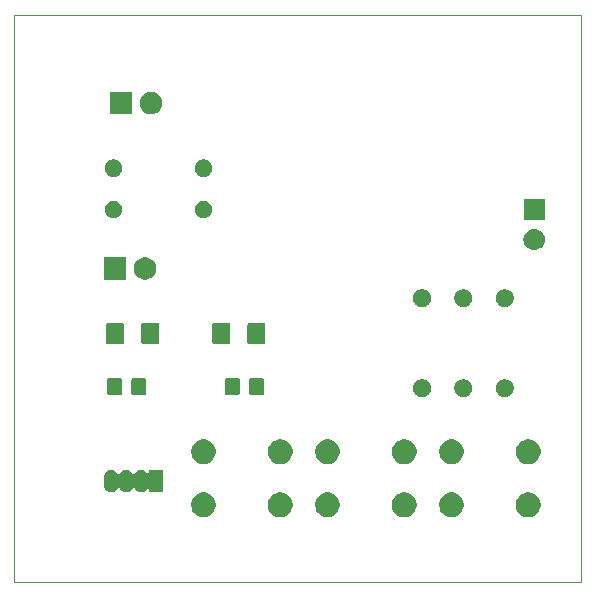
<source format=gbr>
G04 #@! TF.GenerationSoftware,KiCad,Pcbnew,(5.1.0)-1*
G04 #@! TF.CreationDate,2019-10-06T22:43:46-05:00*
G04 #@! TF.ProjectId,HHV_2019_SC,4848565f-3230-4313-995f-53432e6b6963,rev?*
G04 #@! TF.SameCoordinates,Original*
G04 #@! TF.FileFunction,Soldermask,Top*
G04 #@! TF.FilePolarity,Negative*
%FSLAX46Y46*%
G04 Gerber Fmt 4.6, Leading zero omitted, Abs format (unit mm)*
G04 Created by KiCad (PCBNEW (5.1.0)-1) date 2019-10-06 22:43:46*
%MOMM*%
%LPD*%
G04 APERTURE LIST*
%ADD10C,0.050000*%
%ADD11C,0.100000*%
G04 APERTURE END LIST*
D10*
X90000000Y-98000000D02*
X90000000Y-50000000D01*
X138000000Y-98000000D02*
X90000000Y-98000000D01*
X138000000Y-50000000D02*
X138000000Y-98000000D01*
X90000000Y-50000000D02*
X138000000Y-50000000D01*
D11*
G36*
X106306564Y-90489389D02*
G01*
X106497833Y-90568615D01*
X106497835Y-90568616D01*
X106669973Y-90683635D01*
X106816365Y-90830027D01*
X106931385Y-91002167D01*
X107010611Y-91193436D01*
X107051000Y-91396484D01*
X107051000Y-91603516D01*
X107010611Y-91806564D01*
X106931385Y-91997833D01*
X106931384Y-91997835D01*
X106816365Y-92169973D01*
X106669973Y-92316365D01*
X106497835Y-92431384D01*
X106497834Y-92431385D01*
X106497833Y-92431385D01*
X106306564Y-92510611D01*
X106103516Y-92551000D01*
X105896484Y-92551000D01*
X105693436Y-92510611D01*
X105502167Y-92431385D01*
X105502166Y-92431385D01*
X105502165Y-92431384D01*
X105330027Y-92316365D01*
X105183635Y-92169973D01*
X105068616Y-91997835D01*
X105068615Y-91997833D01*
X104989389Y-91806564D01*
X104949000Y-91603516D01*
X104949000Y-91396484D01*
X104989389Y-91193436D01*
X105068615Y-91002167D01*
X105183635Y-90830027D01*
X105330027Y-90683635D01*
X105502165Y-90568616D01*
X105502167Y-90568615D01*
X105693436Y-90489389D01*
X105896484Y-90449000D01*
X106103516Y-90449000D01*
X106306564Y-90489389D01*
X106306564Y-90489389D01*
G37*
G36*
X127306564Y-90489389D02*
G01*
X127497833Y-90568615D01*
X127497835Y-90568616D01*
X127669973Y-90683635D01*
X127816365Y-90830027D01*
X127931385Y-91002167D01*
X128010611Y-91193436D01*
X128051000Y-91396484D01*
X128051000Y-91603516D01*
X128010611Y-91806564D01*
X127931385Y-91997833D01*
X127931384Y-91997835D01*
X127816365Y-92169973D01*
X127669973Y-92316365D01*
X127497835Y-92431384D01*
X127497834Y-92431385D01*
X127497833Y-92431385D01*
X127306564Y-92510611D01*
X127103516Y-92551000D01*
X126896484Y-92551000D01*
X126693436Y-92510611D01*
X126502167Y-92431385D01*
X126502166Y-92431385D01*
X126502165Y-92431384D01*
X126330027Y-92316365D01*
X126183635Y-92169973D01*
X126068616Y-91997835D01*
X126068615Y-91997833D01*
X125989389Y-91806564D01*
X125949000Y-91603516D01*
X125949000Y-91396484D01*
X125989389Y-91193436D01*
X126068615Y-91002167D01*
X126183635Y-90830027D01*
X126330027Y-90683635D01*
X126502165Y-90568616D01*
X126502167Y-90568615D01*
X126693436Y-90489389D01*
X126896484Y-90449000D01*
X127103516Y-90449000D01*
X127306564Y-90489389D01*
X127306564Y-90489389D01*
G37*
G36*
X123306564Y-90489389D02*
G01*
X123497833Y-90568615D01*
X123497835Y-90568616D01*
X123669973Y-90683635D01*
X123816365Y-90830027D01*
X123931385Y-91002167D01*
X124010611Y-91193436D01*
X124051000Y-91396484D01*
X124051000Y-91603516D01*
X124010611Y-91806564D01*
X123931385Y-91997833D01*
X123931384Y-91997835D01*
X123816365Y-92169973D01*
X123669973Y-92316365D01*
X123497835Y-92431384D01*
X123497834Y-92431385D01*
X123497833Y-92431385D01*
X123306564Y-92510611D01*
X123103516Y-92551000D01*
X122896484Y-92551000D01*
X122693436Y-92510611D01*
X122502167Y-92431385D01*
X122502166Y-92431385D01*
X122502165Y-92431384D01*
X122330027Y-92316365D01*
X122183635Y-92169973D01*
X122068616Y-91997835D01*
X122068615Y-91997833D01*
X121989389Y-91806564D01*
X121949000Y-91603516D01*
X121949000Y-91396484D01*
X121989389Y-91193436D01*
X122068615Y-91002167D01*
X122183635Y-90830027D01*
X122330027Y-90683635D01*
X122502165Y-90568616D01*
X122502167Y-90568615D01*
X122693436Y-90489389D01*
X122896484Y-90449000D01*
X123103516Y-90449000D01*
X123306564Y-90489389D01*
X123306564Y-90489389D01*
G37*
G36*
X116806564Y-90489389D02*
G01*
X116997833Y-90568615D01*
X116997835Y-90568616D01*
X117169973Y-90683635D01*
X117316365Y-90830027D01*
X117431385Y-91002167D01*
X117510611Y-91193436D01*
X117551000Y-91396484D01*
X117551000Y-91603516D01*
X117510611Y-91806564D01*
X117431385Y-91997833D01*
X117431384Y-91997835D01*
X117316365Y-92169973D01*
X117169973Y-92316365D01*
X116997835Y-92431384D01*
X116997834Y-92431385D01*
X116997833Y-92431385D01*
X116806564Y-92510611D01*
X116603516Y-92551000D01*
X116396484Y-92551000D01*
X116193436Y-92510611D01*
X116002167Y-92431385D01*
X116002166Y-92431385D01*
X116002165Y-92431384D01*
X115830027Y-92316365D01*
X115683635Y-92169973D01*
X115568616Y-91997835D01*
X115568615Y-91997833D01*
X115489389Y-91806564D01*
X115449000Y-91603516D01*
X115449000Y-91396484D01*
X115489389Y-91193436D01*
X115568615Y-91002167D01*
X115683635Y-90830027D01*
X115830027Y-90683635D01*
X116002165Y-90568616D01*
X116002167Y-90568615D01*
X116193436Y-90489389D01*
X116396484Y-90449000D01*
X116603516Y-90449000D01*
X116806564Y-90489389D01*
X116806564Y-90489389D01*
G37*
G36*
X133806564Y-90489389D02*
G01*
X133997833Y-90568615D01*
X133997835Y-90568616D01*
X134169973Y-90683635D01*
X134316365Y-90830027D01*
X134431385Y-91002167D01*
X134510611Y-91193436D01*
X134551000Y-91396484D01*
X134551000Y-91603516D01*
X134510611Y-91806564D01*
X134431385Y-91997833D01*
X134431384Y-91997835D01*
X134316365Y-92169973D01*
X134169973Y-92316365D01*
X133997835Y-92431384D01*
X133997834Y-92431385D01*
X133997833Y-92431385D01*
X133806564Y-92510611D01*
X133603516Y-92551000D01*
X133396484Y-92551000D01*
X133193436Y-92510611D01*
X133002167Y-92431385D01*
X133002166Y-92431385D01*
X133002165Y-92431384D01*
X132830027Y-92316365D01*
X132683635Y-92169973D01*
X132568616Y-91997835D01*
X132568615Y-91997833D01*
X132489389Y-91806564D01*
X132449000Y-91603516D01*
X132449000Y-91396484D01*
X132489389Y-91193436D01*
X132568615Y-91002167D01*
X132683635Y-90830027D01*
X132830027Y-90683635D01*
X133002165Y-90568616D01*
X133002167Y-90568615D01*
X133193436Y-90489389D01*
X133396484Y-90449000D01*
X133603516Y-90449000D01*
X133806564Y-90489389D01*
X133806564Y-90489389D01*
G37*
G36*
X112806564Y-90489389D02*
G01*
X112997833Y-90568615D01*
X112997835Y-90568616D01*
X113169973Y-90683635D01*
X113316365Y-90830027D01*
X113431385Y-91002167D01*
X113510611Y-91193436D01*
X113551000Y-91396484D01*
X113551000Y-91603516D01*
X113510611Y-91806564D01*
X113431385Y-91997833D01*
X113431384Y-91997835D01*
X113316365Y-92169973D01*
X113169973Y-92316365D01*
X112997835Y-92431384D01*
X112997834Y-92431385D01*
X112997833Y-92431385D01*
X112806564Y-92510611D01*
X112603516Y-92551000D01*
X112396484Y-92551000D01*
X112193436Y-92510611D01*
X112002167Y-92431385D01*
X112002166Y-92431385D01*
X112002165Y-92431384D01*
X111830027Y-92316365D01*
X111683635Y-92169973D01*
X111568616Y-91997835D01*
X111568615Y-91997833D01*
X111489389Y-91806564D01*
X111449000Y-91603516D01*
X111449000Y-91396484D01*
X111489389Y-91193436D01*
X111568615Y-91002167D01*
X111683635Y-90830027D01*
X111830027Y-90683635D01*
X112002165Y-90568616D01*
X112002167Y-90568615D01*
X112193436Y-90489389D01*
X112396484Y-90449000D01*
X112603516Y-90449000D01*
X112806564Y-90489389D01*
X112806564Y-90489389D01*
G37*
G36*
X100844876Y-88557479D02*
G01*
X100918517Y-88579818D01*
X100955338Y-88590987D01*
X101057140Y-88645402D01*
X101146370Y-88718630D01*
X101192375Y-88774689D01*
X101209702Y-88792016D01*
X101230076Y-88805630D01*
X101252715Y-88815007D01*
X101276748Y-88819788D01*
X101301252Y-88819788D01*
X101325285Y-88815008D01*
X101347924Y-88805631D01*
X101368299Y-88792017D01*
X101385626Y-88774690D01*
X101399240Y-88754316D01*
X101408617Y-88731677D01*
X101413398Y-88707644D01*
X101414000Y-88695391D01*
X101414000Y-88549000D01*
X102586000Y-88549000D01*
X102586000Y-90451000D01*
X101414000Y-90451000D01*
X101414000Y-90304609D01*
X101411598Y-90280223D01*
X101404485Y-90256774D01*
X101392934Y-90235163D01*
X101377389Y-90216221D01*
X101358447Y-90200676D01*
X101336836Y-90189125D01*
X101313387Y-90182012D01*
X101289001Y-90179610D01*
X101264615Y-90182012D01*
X101241166Y-90189125D01*
X101219555Y-90200676D01*
X101192376Y-90225310D01*
X101146370Y-90281369D01*
X101057139Y-90354598D01*
X100955337Y-90409013D01*
X100918516Y-90420182D01*
X100844875Y-90442521D01*
X100730000Y-90453835D01*
X100615124Y-90442521D01*
X100541483Y-90420182D01*
X100504662Y-90409013D01*
X100402863Y-90354599D01*
X100402861Y-90354598D01*
X100313631Y-90281369D01*
X100260166Y-90216221D01*
X100240402Y-90192139D01*
X100205239Y-90126354D01*
X100191625Y-90105980D01*
X100174298Y-90088653D01*
X100153924Y-90075039D01*
X100131285Y-90065662D01*
X100107251Y-90060882D01*
X100082747Y-90060882D01*
X100058714Y-90065663D01*
X100036075Y-90075040D01*
X100015701Y-90088654D01*
X99998374Y-90105981D01*
X99984761Y-90126355D01*
X99949601Y-90192135D01*
X99949599Y-90192138D01*
X99949598Y-90192139D01*
X99876369Y-90281369D01*
X99848051Y-90304609D01*
X99787139Y-90354598D01*
X99685337Y-90409013D01*
X99648516Y-90420182D01*
X99574875Y-90442521D01*
X99460000Y-90453835D01*
X99345124Y-90442521D01*
X99271483Y-90420182D01*
X99234662Y-90409013D01*
X99132863Y-90354599D01*
X99132861Y-90354598D01*
X99043631Y-90281369D01*
X98990166Y-90216221D01*
X98970402Y-90192139D01*
X98935239Y-90126354D01*
X98921625Y-90105980D01*
X98904298Y-90088653D01*
X98883924Y-90075039D01*
X98861285Y-90065662D01*
X98837251Y-90060882D01*
X98812747Y-90060882D01*
X98788714Y-90065663D01*
X98766075Y-90075040D01*
X98745701Y-90088654D01*
X98728374Y-90105981D01*
X98714761Y-90126355D01*
X98679601Y-90192135D01*
X98679599Y-90192138D01*
X98679598Y-90192139D01*
X98606369Y-90281369D01*
X98578051Y-90304609D01*
X98517139Y-90354598D01*
X98415337Y-90409013D01*
X98378516Y-90420182D01*
X98304875Y-90442521D01*
X98190000Y-90453835D01*
X98075124Y-90442521D01*
X98001483Y-90420182D01*
X97964662Y-90409013D01*
X97862863Y-90354599D01*
X97862861Y-90354598D01*
X97773631Y-90281369D01*
X97720166Y-90216221D01*
X97700402Y-90192139D01*
X97645987Y-90090337D01*
X97634818Y-90053516D01*
X97612479Y-89979875D01*
X97604000Y-89893784D01*
X97604000Y-89106215D01*
X97612479Y-89020124D01*
X97645988Y-88909663D01*
X97665240Y-88873645D01*
X97700403Y-88807860D01*
X97773631Y-88718630D01*
X97862861Y-88645402D01*
X97964663Y-88590987D01*
X98001484Y-88579818D01*
X98075125Y-88557479D01*
X98190000Y-88546165D01*
X98304876Y-88557479D01*
X98378517Y-88579818D01*
X98415338Y-88590987D01*
X98517140Y-88645402D01*
X98606370Y-88718630D01*
X98679598Y-88807860D01*
X98714762Y-88873646D01*
X98728376Y-88894021D01*
X98745703Y-88911347D01*
X98766078Y-88924961D01*
X98788717Y-88934338D01*
X98812750Y-88939118D01*
X98837254Y-88939118D01*
X98861288Y-88934337D01*
X98883926Y-88924960D01*
X98904301Y-88911346D01*
X98921627Y-88894019D01*
X98935240Y-88873645D01*
X98970402Y-88807862D01*
X99043631Y-88718630D01*
X99132861Y-88645402D01*
X99234663Y-88590987D01*
X99271484Y-88579818D01*
X99345125Y-88557479D01*
X99460000Y-88546165D01*
X99574876Y-88557479D01*
X99648517Y-88579818D01*
X99685338Y-88590987D01*
X99787140Y-88645402D01*
X99876370Y-88718630D01*
X99949598Y-88807860D01*
X99984762Y-88873646D01*
X99998376Y-88894021D01*
X100015703Y-88911347D01*
X100036078Y-88924961D01*
X100058717Y-88934338D01*
X100082750Y-88939118D01*
X100107254Y-88939118D01*
X100131288Y-88934337D01*
X100153926Y-88924960D01*
X100174301Y-88911346D01*
X100191627Y-88894019D01*
X100205240Y-88873645D01*
X100240402Y-88807862D01*
X100313631Y-88718630D01*
X100402861Y-88645402D01*
X100504663Y-88590987D01*
X100541484Y-88579818D01*
X100615125Y-88557479D01*
X100730000Y-88546165D01*
X100844876Y-88557479D01*
X100844876Y-88557479D01*
G37*
G36*
X116806564Y-85989389D02*
G01*
X116997833Y-86068615D01*
X116997835Y-86068616D01*
X117169973Y-86183635D01*
X117316365Y-86330027D01*
X117431385Y-86502167D01*
X117510611Y-86693436D01*
X117551000Y-86896484D01*
X117551000Y-87103516D01*
X117510611Y-87306564D01*
X117431385Y-87497833D01*
X117431384Y-87497835D01*
X117316365Y-87669973D01*
X117169973Y-87816365D01*
X116997835Y-87931384D01*
X116997834Y-87931385D01*
X116997833Y-87931385D01*
X116806564Y-88010611D01*
X116603516Y-88051000D01*
X116396484Y-88051000D01*
X116193436Y-88010611D01*
X116002167Y-87931385D01*
X116002166Y-87931385D01*
X116002165Y-87931384D01*
X115830027Y-87816365D01*
X115683635Y-87669973D01*
X115568616Y-87497835D01*
X115568615Y-87497833D01*
X115489389Y-87306564D01*
X115449000Y-87103516D01*
X115449000Y-86896484D01*
X115489389Y-86693436D01*
X115568615Y-86502167D01*
X115683635Y-86330027D01*
X115830027Y-86183635D01*
X116002165Y-86068616D01*
X116002167Y-86068615D01*
X116193436Y-85989389D01*
X116396484Y-85949000D01*
X116603516Y-85949000D01*
X116806564Y-85989389D01*
X116806564Y-85989389D01*
G37*
G36*
X127306564Y-85989389D02*
G01*
X127497833Y-86068615D01*
X127497835Y-86068616D01*
X127669973Y-86183635D01*
X127816365Y-86330027D01*
X127931385Y-86502167D01*
X128010611Y-86693436D01*
X128051000Y-86896484D01*
X128051000Y-87103516D01*
X128010611Y-87306564D01*
X127931385Y-87497833D01*
X127931384Y-87497835D01*
X127816365Y-87669973D01*
X127669973Y-87816365D01*
X127497835Y-87931384D01*
X127497834Y-87931385D01*
X127497833Y-87931385D01*
X127306564Y-88010611D01*
X127103516Y-88051000D01*
X126896484Y-88051000D01*
X126693436Y-88010611D01*
X126502167Y-87931385D01*
X126502166Y-87931385D01*
X126502165Y-87931384D01*
X126330027Y-87816365D01*
X126183635Y-87669973D01*
X126068616Y-87497835D01*
X126068615Y-87497833D01*
X125989389Y-87306564D01*
X125949000Y-87103516D01*
X125949000Y-86896484D01*
X125989389Y-86693436D01*
X126068615Y-86502167D01*
X126183635Y-86330027D01*
X126330027Y-86183635D01*
X126502165Y-86068616D01*
X126502167Y-86068615D01*
X126693436Y-85989389D01*
X126896484Y-85949000D01*
X127103516Y-85949000D01*
X127306564Y-85989389D01*
X127306564Y-85989389D01*
G37*
G36*
X133806564Y-85989389D02*
G01*
X133997833Y-86068615D01*
X133997835Y-86068616D01*
X134169973Y-86183635D01*
X134316365Y-86330027D01*
X134431385Y-86502167D01*
X134510611Y-86693436D01*
X134551000Y-86896484D01*
X134551000Y-87103516D01*
X134510611Y-87306564D01*
X134431385Y-87497833D01*
X134431384Y-87497835D01*
X134316365Y-87669973D01*
X134169973Y-87816365D01*
X133997835Y-87931384D01*
X133997834Y-87931385D01*
X133997833Y-87931385D01*
X133806564Y-88010611D01*
X133603516Y-88051000D01*
X133396484Y-88051000D01*
X133193436Y-88010611D01*
X133002167Y-87931385D01*
X133002166Y-87931385D01*
X133002165Y-87931384D01*
X132830027Y-87816365D01*
X132683635Y-87669973D01*
X132568616Y-87497835D01*
X132568615Y-87497833D01*
X132489389Y-87306564D01*
X132449000Y-87103516D01*
X132449000Y-86896484D01*
X132489389Y-86693436D01*
X132568615Y-86502167D01*
X132683635Y-86330027D01*
X132830027Y-86183635D01*
X133002165Y-86068616D01*
X133002167Y-86068615D01*
X133193436Y-85989389D01*
X133396484Y-85949000D01*
X133603516Y-85949000D01*
X133806564Y-85989389D01*
X133806564Y-85989389D01*
G37*
G36*
X112806564Y-85989389D02*
G01*
X112997833Y-86068615D01*
X112997835Y-86068616D01*
X113169973Y-86183635D01*
X113316365Y-86330027D01*
X113431385Y-86502167D01*
X113510611Y-86693436D01*
X113551000Y-86896484D01*
X113551000Y-87103516D01*
X113510611Y-87306564D01*
X113431385Y-87497833D01*
X113431384Y-87497835D01*
X113316365Y-87669973D01*
X113169973Y-87816365D01*
X112997835Y-87931384D01*
X112997834Y-87931385D01*
X112997833Y-87931385D01*
X112806564Y-88010611D01*
X112603516Y-88051000D01*
X112396484Y-88051000D01*
X112193436Y-88010611D01*
X112002167Y-87931385D01*
X112002166Y-87931385D01*
X112002165Y-87931384D01*
X111830027Y-87816365D01*
X111683635Y-87669973D01*
X111568616Y-87497835D01*
X111568615Y-87497833D01*
X111489389Y-87306564D01*
X111449000Y-87103516D01*
X111449000Y-86896484D01*
X111489389Y-86693436D01*
X111568615Y-86502167D01*
X111683635Y-86330027D01*
X111830027Y-86183635D01*
X112002165Y-86068616D01*
X112002167Y-86068615D01*
X112193436Y-85989389D01*
X112396484Y-85949000D01*
X112603516Y-85949000D01*
X112806564Y-85989389D01*
X112806564Y-85989389D01*
G37*
G36*
X106306564Y-85989389D02*
G01*
X106497833Y-86068615D01*
X106497835Y-86068616D01*
X106669973Y-86183635D01*
X106816365Y-86330027D01*
X106931385Y-86502167D01*
X107010611Y-86693436D01*
X107051000Y-86896484D01*
X107051000Y-87103516D01*
X107010611Y-87306564D01*
X106931385Y-87497833D01*
X106931384Y-87497835D01*
X106816365Y-87669973D01*
X106669973Y-87816365D01*
X106497835Y-87931384D01*
X106497834Y-87931385D01*
X106497833Y-87931385D01*
X106306564Y-88010611D01*
X106103516Y-88051000D01*
X105896484Y-88051000D01*
X105693436Y-88010611D01*
X105502167Y-87931385D01*
X105502166Y-87931385D01*
X105502165Y-87931384D01*
X105330027Y-87816365D01*
X105183635Y-87669973D01*
X105068616Y-87497835D01*
X105068615Y-87497833D01*
X104989389Y-87306564D01*
X104949000Y-87103516D01*
X104949000Y-86896484D01*
X104989389Y-86693436D01*
X105068615Y-86502167D01*
X105183635Y-86330027D01*
X105330027Y-86183635D01*
X105502165Y-86068616D01*
X105502167Y-86068615D01*
X105693436Y-85989389D01*
X105896484Y-85949000D01*
X106103516Y-85949000D01*
X106306564Y-85989389D01*
X106306564Y-85989389D01*
G37*
G36*
X123306564Y-85989389D02*
G01*
X123497833Y-86068615D01*
X123497835Y-86068616D01*
X123669973Y-86183635D01*
X123816365Y-86330027D01*
X123931385Y-86502167D01*
X124010611Y-86693436D01*
X124051000Y-86896484D01*
X124051000Y-87103516D01*
X124010611Y-87306564D01*
X123931385Y-87497833D01*
X123931384Y-87497835D01*
X123816365Y-87669973D01*
X123669973Y-87816365D01*
X123497835Y-87931384D01*
X123497834Y-87931385D01*
X123497833Y-87931385D01*
X123306564Y-88010611D01*
X123103516Y-88051000D01*
X122896484Y-88051000D01*
X122693436Y-88010611D01*
X122502167Y-87931385D01*
X122502166Y-87931385D01*
X122502165Y-87931384D01*
X122330027Y-87816365D01*
X122183635Y-87669973D01*
X122068616Y-87497835D01*
X122068615Y-87497833D01*
X121989389Y-87306564D01*
X121949000Y-87103516D01*
X121949000Y-86896484D01*
X121989389Y-86693436D01*
X122068615Y-86502167D01*
X122183635Y-86330027D01*
X122330027Y-86183635D01*
X122502165Y-86068616D01*
X122502167Y-86068615D01*
X122693436Y-85989389D01*
X122896484Y-85949000D01*
X123103516Y-85949000D01*
X123306564Y-85989389D01*
X123306564Y-85989389D01*
G37*
G36*
X124719059Y-80897860D02*
G01*
X124855732Y-80954472D01*
X124978735Y-81036660D01*
X125083340Y-81141265D01*
X125165528Y-81264268D01*
X125222140Y-81400941D01*
X125251000Y-81546033D01*
X125251000Y-81693967D01*
X125222140Y-81839059D01*
X125165528Y-81975732D01*
X125083340Y-82098735D01*
X124978735Y-82203340D01*
X124855732Y-82285528D01*
X124855731Y-82285529D01*
X124855730Y-82285529D01*
X124719059Y-82342140D01*
X124573968Y-82371000D01*
X124426032Y-82371000D01*
X124280941Y-82342140D01*
X124144270Y-82285529D01*
X124144269Y-82285529D01*
X124144268Y-82285528D01*
X124021265Y-82203340D01*
X123916660Y-82098735D01*
X123834472Y-81975732D01*
X123777860Y-81839059D01*
X123749000Y-81693967D01*
X123749000Y-81546033D01*
X123777860Y-81400941D01*
X123834472Y-81264268D01*
X123916660Y-81141265D01*
X124021265Y-81036660D01*
X124144268Y-80954472D01*
X124280941Y-80897860D01*
X124426032Y-80869000D01*
X124573968Y-80869000D01*
X124719059Y-80897860D01*
X124719059Y-80897860D01*
G37*
G36*
X131719059Y-80897860D02*
G01*
X131855732Y-80954472D01*
X131978735Y-81036660D01*
X132083340Y-81141265D01*
X132165528Y-81264268D01*
X132222140Y-81400941D01*
X132251000Y-81546033D01*
X132251000Y-81693967D01*
X132222140Y-81839059D01*
X132165528Y-81975732D01*
X132083340Y-82098735D01*
X131978735Y-82203340D01*
X131855732Y-82285528D01*
X131855731Y-82285529D01*
X131855730Y-82285529D01*
X131719059Y-82342140D01*
X131573968Y-82371000D01*
X131426032Y-82371000D01*
X131280941Y-82342140D01*
X131144270Y-82285529D01*
X131144269Y-82285529D01*
X131144268Y-82285528D01*
X131021265Y-82203340D01*
X130916660Y-82098735D01*
X130834472Y-81975732D01*
X130777860Y-81839059D01*
X130749000Y-81693967D01*
X130749000Y-81546033D01*
X130777860Y-81400941D01*
X130834472Y-81264268D01*
X130916660Y-81141265D01*
X131021265Y-81036660D01*
X131144268Y-80954472D01*
X131280941Y-80897860D01*
X131426032Y-80869000D01*
X131573968Y-80869000D01*
X131719059Y-80897860D01*
X131719059Y-80897860D01*
G37*
G36*
X128219059Y-80897860D02*
G01*
X128355732Y-80954472D01*
X128478735Y-81036660D01*
X128583340Y-81141265D01*
X128665528Y-81264268D01*
X128722140Y-81400941D01*
X128751000Y-81546033D01*
X128751000Y-81693967D01*
X128722140Y-81839059D01*
X128665528Y-81975732D01*
X128583340Y-82098735D01*
X128478735Y-82203340D01*
X128355732Y-82285528D01*
X128355731Y-82285529D01*
X128355730Y-82285529D01*
X128219059Y-82342140D01*
X128073968Y-82371000D01*
X127926032Y-82371000D01*
X127780941Y-82342140D01*
X127644270Y-82285529D01*
X127644269Y-82285529D01*
X127644268Y-82285528D01*
X127521265Y-82203340D01*
X127416660Y-82098735D01*
X127334472Y-81975732D01*
X127277860Y-81839059D01*
X127249000Y-81693967D01*
X127249000Y-81546033D01*
X127277860Y-81400941D01*
X127334472Y-81264268D01*
X127416660Y-81141265D01*
X127521265Y-81036660D01*
X127644268Y-80954472D01*
X127780941Y-80897860D01*
X127926032Y-80869000D01*
X128073968Y-80869000D01*
X128219059Y-80897860D01*
X128219059Y-80897860D01*
G37*
G36*
X110963674Y-80753465D02*
G01*
X111001367Y-80764899D01*
X111036103Y-80783466D01*
X111066548Y-80808452D01*
X111091534Y-80838897D01*
X111110101Y-80873633D01*
X111121535Y-80911326D01*
X111126000Y-80956661D01*
X111126000Y-82043339D01*
X111121535Y-82088674D01*
X111110101Y-82126367D01*
X111091534Y-82161103D01*
X111066548Y-82191548D01*
X111036103Y-82216534D01*
X111001367Y-82235101D01*
X110963674Y-82246535D01*
X110918339Y-82251000D01*
X110081661Y-82251000D01*
X110036326Y-82246535D01*
X109998633Y-82235101D01*
X109963897Y-82216534D01*
X109933452Y-82191548D01*
X109908466Y-82161103D01*
X109889899Y-82126367D01*
X109878465Y-82088674D01*
X109874000Y-82043339D01*
X109874000Y-80956661D01*
X109878465Y-80911326D01*
X109889899Y-80873633D01*
X109908466Y-80838897D01*
X109933452Y-80808452D01*
X109963897Y-80783466D01*
X109998633Y-80764899D01*
X110036326Y-80753465D01*
X110081661Y-80749000D01*
X110918339Y-80749000D01*
X110963674Y-80753465D01*
X110963674Y-80753465D01*
G37*
G36*
X98938674Y-80753465D02*
G01*
X98976367Y-80764899D01*
X99011103Y-80783466D01*
X99041548Y-80808452D01*
X99066534Y-80838897D01*
X99085101Y-80873633D01*
X99096535Y-80911326D01*
X99101000Y-80956661D01*
X99101000Y-82043339D01*
X99096535Y-82088674D01*
X99085101Y-82126367D01*
X99066534Y-82161103D01*
X99041548Y-82191548D01*
X99011103Y-82216534D01*
X98976367Y-82235101D01*
X98938674Y-82246535D01*
X98893339Y-82251000D01*
X98056661Y-82251000D01*
X98011326Y-82246535D01*
X97973633Y-82235101D01*
X97938897Y-82216534D01*
X97908452Y-82191548D01*
X97883466Y-82161103D01*
X97864899Y-82126367D01*
X97853465Y-82088674D01*
X97849000Y-82043339D01*
X97849000Y-80956661D01*
X97853465Y-80911326D01*
X97864899Y-80873633D01*
X97883466Y-80838897D01*
X97908452Y-80808452D01*
X97938897Y-80783466D01*
X97973633Y-80764899D01*
X98011326Y-80753465D01*
X98056661Y-80749000D01*
X98893339Y-80749000D01*
X98938674Y-80753465D01*
X98938674Y-80753465D01*
G37*
G36*
X100988674Y-80753465D02*
G01*
X101026367Y-80764899D01*
X101061103Y-80783466D01*
X101091548Y-80808452D01*
X101116534Y-80838897D01*
X101135101Y-80873633D01*
X101146535Y-80911326D01*
X101151000Y-80956661D01*
X101151000Y-82043339D01*
X101146535Y-82088674D01*
X101135101Y-82126367D01*
X101116534Y-82161103D01*
X101091548Y-82191548D01*
X101061103Y-82216534D01*
X101026367Y-82235101D01*
X100988674Y-82246535D01*
X100943339Y-82251000D01*
X100106661Y-82251000D01*
X100061326Y-82246535D01*
X100023633Y-82235101D01*
X99988897Y-82216534D01*
X99958452Y-82191548D01*
X99933466Y-82161103D01*
X99914899Y-82126367D01*
X99903465Y-82088674D01*
X99899000Y-82043339D01*
X99899000Y-80956661D01*
X99903465Y-80911326D01*
X99914899Y-80873633D01*
X99933466Y-80838897D01*
X99958452Y-80808452D01*
X99988897Y-80783466D01*
X100023633Y-80764899D01*
X100061326Y-80753465D01*
X100106661Y-80749000D01*
X100943339Y-80749000D01*
X100988674Y-80753465D01*
X100988674Y-80753465D01*
G37*
G36*
X108913674Y-80753465D02*
G01*
X108951367Y-80764899D01*
X108986103Y-80783466D01*
X109016548Y-80808452D01*
X109041534Y-80838897D01*
X109060101Y-80873633D01*
X109071535Y-80911326D01*
X109076000Y-80956661D01*
X109076000Y-82043339D01*
X109071535Y-82088674D01*
X109060101Y-82126367D01*
X109041534Y-82161103D01*
X109016548Y-82191548D01*
X108986103Y-82216534D01*
X108951367Y-82235101D01*
X108913674Y-82246535D01*
X108868339Y-82251000D01*
X108031661Y-82251000D01*
X107986326Y-82246535D01*
X107948633Y-82235101D01*
X107913897Y-82216534D01*
X107883452Y-82191548D01*
X107858466Y-82161103D01*
X107839899Y-82126367D01*
X107828465Y-82088674D01*
X107824000Y-82043339D01*
X107824000Y-80956661D01*
X107828465Y-80911326D01*
X107839899Y-80873633D01*
X107858466Y-80838897D01*
X107883452Y-80808452D01*
X107913897Y-80783466D01*
X107948633Y-80764899D01*
X107986326Y-80753465D01*
X108031661Y-80749000D01*
X108868339Y-80749000D01*
X108913674Y-80753465D01*
X108913674Y-80753465D01*
G37*
G36*
X111100562Y-76078181D02*
G01*
X111135481Y-76088774D01*
X111167663Y-76105976D01*
X111195873Y-76129127D01*
X111219024Y-76157337D01*
X111236226Y-76189519D01*
X111246819Y-76224438D01*
X111251000Y-76266895D01*
X111251000Y-77733105D01*
X111246819Y-77775562D01*
X111236226Y-77810481D01*
X111219024Y-77842663D01*
X111195873Y-77870873D01*
X111167663Y-77894024D01*
X111135481Y-77911226D01*
X111100562Y-77921819D01*
X111058105Y-77926000D01*
X109916895Y-77926000D01*
X109874438Y-77921819D01*
X109839519Y-77911226D01*
X109807337Y-77894024D01*
X109779127Y-77870873D01*
X109755976Y-77842663D01*
X109738774Y-77810481D01*
X109728181Y-77775562D01*
X109724000Y-77733105D01*
X109724000Y-76266895D01*
X109728181Y-76224438D01*
X109738774Y-76189519D01*
X109755976Y-76157337D01*
X109779127Y-76129127D01*
X109807337Y-76105976D01*
X109839519Y-76088774D01*
X109874438Y-76078181D01*
X109916895Y-76074000D01*
X111058105Y-76074000D01*
X111100562Y-76078181D01*
X111100562Y-76078181D01*
G37*
G36*
X99125562Y-76078181D02*
G01*
X99160481Y-76088774D01*
X99192663Y-76105976D01*
X99220873Y-76129127D01*
X99244024Y-76157337D01*
X99261226Y-76189519D01*
X99271819Y-76224438D01*
X99276000Y-76266895D01*
X99276000Y-77733105D01*
X99271819Y-77775562D01*
X99261226Y-77810481D01*
X99244024Y-77842663D01*
X99220873Y-77870873D01*
X99192663Y-77894024D01*
X99160481Y-77911226D01*
X99125562Y-77921819D01*
X99083105Y-77926000D01*
X97941895Y-77926000D01*
X97899438Y-77921819D01*
X97864519Y-77911226D01*
X97832337Y-77894024D01*
X97804127Y-77870873D01*
X97780976Y-77842663D01*
X97763774Y-77810481D01*
X97753181Y-77775562D01*
X97749000Y-77733105D01*
X97749000Y-76266895D01*
X97753181Y-76224438D01*
X97763774Y-76189519D01*
X97780976Y-76157337D01*
X97804127Y-76129127D01*
X97832337Y-76105976D01*
X97864519Y-76088774D01*
X97899438Y-76078181D01*
X97941895Y-76074000D01*
X99083105Y-76074000D01*
X99125562Y-76078181D01*
X99125562Y-76078181D01*
G37*
G36*
X108125562Y-76078181D02*
G01*
X108160481Y-76088774D01*
X108192663Y-76105976D01*
X108220873Y-76129127D01*
X108244024Y-76157337D01*
X108261226Y-76189519D01*
X108271819Y-76224438D01*
X108276000Y-76266895D01*
X108276000Y-77733105D01*
X108271819Y-77775562D01*
X108261226Y-77810481D01*
X108244024Y-77842663D01*
X108220873Y-77870873D01*
X108192663Y-77894024D01*
X108160481Y-77911226D01*
X108125562Y-77921819D01*
X108083105Y-77926000D01*
X106941895Y-77926000D01*
X106899438Y-77921819D01*
X106864519Y-77911226D01*
X106832337Y-77894024D01*
X106804127Y-77870873D01*
X106780976Y-77842663D01*
X106763774Y-77810481D01*
X106753181Y-77775562D01*
X106749000Y-77733105D01*
X106749000Y-76266895D01*
X106753181Y-76224438D01*
X106763774Y-76189519D01*
X106780976Y-76157337D01*
X106804127Y-76129127D01*
X106832337Y-76105976D01*
X106864519Y-76088774D01*
X106899438Y-76078181D01*
X106941895Y-76074000D01*
X108083105Y-76074000D01*
X108125562Y-76078181D01*
X108125562Y-76078181D01*
G37*
G36*
X102100562Y-76078181D02*
G01*
X102135481Y-76088774D01*
X102167663Y-76105976D01*
X102195873Y-76129127D01*
X102219024Y-76157337D01*
X102236226Y-76189519D01*
X102246819Y-76224438D01*
X102251000Y-76266895D01*
X102251000Y-77733105D01*
X102246819Y-77775562D01*
X102236226Y-77810481D01*
X102219024Y-77842663D01*
X102195873Y-77870873D01*
X102167663Y-77894024D01*
X102135481Y-77911226D01*
X102100562Y-77921819D01*
X102058105Y-77926000D01*
X100916895Y-77926000D01*
X100874438Y-77921819D01*
X100839519Y-77911226D01*
X100807337Y-77894024D01*
X100779127Y-77870873D01*
X100755976Y-77842663D01*
X100738774Y-77810481D01*
X100728181Y-77775562D01*
X100724000Y-77733105D01*
X100724000Y-76266895D01*
X100728181Y-76224438D01*
X100738774Y-76189519D01*
X100755976Y-76157337D01*
X100779127Y-76129127D01*
X100807337Y-76105976D01*
X100839519Y-76088774D01*
X100874438Y-76078181D01*
X100916895Y-76074000D01*
X102058105Y-76074000D01*
X102100562Y-76078181D01*
X102100562Y-76078181D01*
G37*
G36*
X131719059Y-73277860D02*
G01*
X131855732Y-73334472D01*
X131978735Y-73416660D01*
X132083340Y-73521265D01*
X132165528Y-73644268D01*
X132222140Y-73780941D01*
X132251000Y-73926033D01*
X132251000Y-74073967D01*
X132222140Y-74219059D01*
X132165528Y-74355732D01*
X132083340Y-74478735D01*
X131978735Y-74583340D01*
X131855732Y-74665528D01*
X131855731Y-74665529D01*
X131855730Y-74665529D01*
X131719059Y-74722140D01*
X131573968Y-74751000D01*
X131426032Y-74751000D01*
X131280941Y-74722140D01*
X131144270Y-74665529D01*
X131144269Y-74665529D01*
X131144268Y-74665528D01*
X131021265Y-74583340D01*
X130916660Y-74478735D01*
X130834472Y-74355732D01*
X130777860Y-74219059D01*
X130749000Y-74073967D01*
X130749000Y-73926033D01*
X130777860Y-73780941D01*
X130834472Y-73644268D01*
X130916660Y-73521265D01*
X131021265Y-73416660D01*
X131144268Y-73334472D01*
X131280941Y-73277860D01*
X131426032Y-73249000D01*
X131573968Y-73249000D01*
X131719059Y-73277860D01*
X131719059Y-73277860D01*
G37*
G36*
X128219059Y-73277860D02*
G01*
X128355732Y-73334472D01*
X128478735Y-73416660D01*
X128583340Y-73521265D01*
X128665528Y-73644268D01*
X128722140Y-73780941D01*
X128751000Y-73926033D01*
X128751000Y-74073967D01*
X128722140Y-74219059D01*
X128665528Y-74355732D01*
X128583340Y-74478735D01*
X128478735Y-74583340D01*
X128355732Y-74665528D01*
X128355731Y-74665529D01*
X128355730Y-74665529D01*
X128219059Y-74722140D01*
X128073968Y-74751000D01*
X127926032Y-74751000D01*
X127780941Y-74722140D01*
X127644270Y-74665529D01*
X127644269Y-74665529D01*
X127644268Y-74665528D01*
X127521265Y-74583340D01*
X127416660Y-74478735D01*
X127334472Y-74355732D01*
X127277860Y-74219059D01*
X127249000Y-74073967D01*
X127249000Y-73926033D01*
X127277860Y-73780941D01*
X127334472Y-73644268D01*
X127416660Y-73521265D01*
X127521265Y-73416660D01*
X127644268Y-73334472D01*
X127780941Y-73277860D01*
X127926032Y-73249000D01*
X128073968Y-73249000D01*
X128219059Y-73277860D01*
X128219059Y-73277860D01*
G37*
G36*
X124719059Y-73277860D02*
G01*
X124855732Y-73334472D01*
X124978735Y-73416660D01*
X125083340Y-73521265D01*
X125165528Y-73644268D01*
X125222140Y-73780941D01*
X125251000Y-73926033D01*
X125251000Y-74073967D01*
X125222140Y-74219059D01*
X125165528Y-74355732D01*
X125083340Y-74478735D01*
X124978735Y-74583340D01*
X124855732Y-74665528D01*
X124855731Y-74665529D01*
X124855730Y-74665529D01*
X124719059Y-74722140D01*
X124573968Y-74751000D01*
X124426032Y-74751000D01*
X124280941Y-74722140D01*
X124144270Y-74665529D01*
X124144269Y-74665529D01*
X124144268Y-74665528D01*
X124021265Y-74583340D01*
X123916660Y-74478735D01*
X123834472Y-74355732D01*
X123777860Y-74219059D01*
X123749000Y-74073967D01*
X123749000Y-73926033D01*
X123777860Y-73780941D01*
X123834472Y-73644268D01*
X123916660Y-73521265D01*
X124021265Y-73416660D01*
X124144268Y-73334472D01*
X124280941Y-73277860D01*
X124426032Y-73249000D01*
X124573968Y-73249000D01*
X124719059Y-73277860D01*
X124719059Y-73277860D01*
G37*
G36*
X101317395Y-70585546D02*
G01*
X101490466Y-70657234D01*
X101490467Y-70657235D01*
X101646227Y-70761310D01*
X101778690Y-70893773D01*
X101778691Y-70893775D01*
X101882766Y-71049534D01*
X101954454Y-71222605D01*
X101991000Y-71406333D01*
X101991000Y-71593667D01*
X101954454Y-71777395D01*
X101882766Y-71950466D01*
X101882765Y-71950467D01*
X101778690Y-72106227D01*
X101646227Y-72238690D01*
X101567818Y-72291081D01*
X101490466Y-72342766D01*
X101317395Y-72414454D01*
X101133667Y-72451000D01*
X100946333Y-72451000D01*
X100762605Y-72414454D01*
X100589534Y-72342766D01*
X100512182Y-72291081D01*
X100433773Y-72238690D01*
X100301310Y-72106227D01*
X100197235Y-71950467D01*
X100197234Y-71950466D01*
X100125546Y-71777395D01*
X100089000Y-71593667D01*
X100089000Y-71406333D01*
X100125546Y-71222605D01*
X100197234Y-71049534D01*
X100301309Y-70893775D01*
X100301310Y-70893773D01*
X100433773Y-70761310D01*
X100589533Y-70657235D01*
X100589534Y-70657234D01*
X100762605Y-70585546D01*
X100946333Y-70549000D01*
X101133667Y-70549000D01*
X101317395Y-70585546D01*
X101317395Y-70585546D01*
G37*
G36*
X99451000Y-72451000D02*
G01*
X97549000Y-72451000D01*
X97549000Y-70549000D01*
X99451000Y-70549000D01*
X99451000Y-72451000D01*
X99451000Y-72451000D01*
G37*
G36*
X134110443Y-68145519D02*
G01*
X134176627Y-68152037D01*
X134346466Y-68203557D01*
X134502991Y-68287222D01*
X134538729Y-68316552D01*
X134640186Y-68399814D01*
X134723448Y-68501271D01*
X134752778Y-68537009D01*
X134836443Y-68693534D01*
X134887963Y-68863373D01*
X134905359Y-69040000D01*
X134887963Y-69216627D01*
X134836443Y-69386466D01*
X134752778Y-69542991D01*
X134723448Y-69578729D01*
X134640186Y-69680186D01*
X134538729Y-69763448D01*
X134502991Y-69792778D01*
X134346466Y-69876443D01*
X134176627Y-69927963D01*
X134110443Y-69934481D01*
X134044260Y-69941000D01*
X133955740Y-69941000D01*
X133889557Y-69934481D01*
X133823373Y-69927963D01*
X133653534Y-69876443D01*
X133497009Y-69792778D01*
X133461271Y-69763448D01*
X133359814Y-69680186D01*
X133276552Y-69578729D01*
X133247222Y-69542991D01*
X133163557Y-69386466D01*
X133112037Y-69216627D01*
X133094641Y-69040000D01*
X133112037Y-68863373D01*
X133163557Y-68693534D01*
X133247222Y-68537009D01*
X133276552Y-68501271D01*
X133359814Y-68399814D01*
X133461271Y-68316552D01*
X133497009Y-68287222D01*
X133653534Y-68203557D01*
X133823373Y-68152037D01*
X133889557Y-68145519D01*
X133955740Y-68139000D01*
X134044260Y-68139000D01*
X134110443Y-68145519D01*
X134110443Y-68145519D01*
G37*
G36*
X134901000Y-67401000D02*
G01*
X133099000Y-67401000D01*
X133099000Y-65599000D01*
X134901000Y-65599000D01*
X134901000Y-67401000D01*
X134901000Y-67401000D01*
G37*
G36*
X98599059Y-65777860D02*
G01*
X98735732Y-65834472D01*
X98858735Y-65916660D01*
X98963340Y-66021265D01*
X99045528Y-66144268D01*
X99102140Y-66280941D01*
X99131000Y-66426033D01*
X99131000Y-66573967D01*
X99102140Y-66719059D01*
X99045528Y-66855732D01*
X98963340Y-66978735D01*
X98858735Y-67083340D01*
X98735732Y-67165528D01*
X98735731Y-67165529D01*
X98735730Y-67165529D01*
X98599059Y-67222140D01*
X98453968Y-67251000D01*
X98306032Y-67251000D01*
X98160941Y-67222140D01*
X98024270Y-67165529D01*
X98024269Y-67165529D01*
X98024268Y-67165528D01*
X97901265Y-67083340D01*
X97796660Y-66978735D01*
X97714472Y-66855732D01*
X97657860Y-66719059D01*
X97629000Y-66573967D01*
X97629000Y-66426033D01*
X97657860Y-66280941D01*
X97714472Y-66144268D01*
X97796660Y-66021265D01*
X97901265Y-65916660D01*
X98024268Y-65834472D01*
X98160941Y-65777860D01*
X98306032Y-65749000D01*
X98453968Y-65749000D01*
X98599059Y-65777860D01*
X98599059Y-65777860D01*
G37*
G36*
X106219059Y-65777860D02*
G01*
X106355732Y-65834472D01*
X106478735Y-65916660D01*
X106583340Y-66021265D01*
X106665528Y-66144268D01*
X106722140Y-66280941D01*
X106751000Y-66426033D01*
X106751000Y-66573967D01*
X106722140Y-66719059D01*
X106665528Y-66855732D01*
X106583340Y-66978735D01*
X106478735Y-67083340D01*
X106355732Y-67165528D01*
X106355731Y-67165529D01*
X106355730Y-67165529D01*
X106219059Y-67222140D01*
X106073968Y-67251000D01*
X105926032Y-67251000D01*
X105780941Y-67222140D01*
X105644270Y-67165529D01*
X105644269Y-67165529D01*
X105644268Y-67165528D01*
X105521265Y-67083340D01*
X105416660Y-66978735D01*
X105334472Y-66855732D01*
X105277860Y-66719059D01*
X105249000Y-66573967D01*
X105249000Y-66426033D01*
X105277860Y-66280941D01*
X105334472Y-66144268D01*
X105416660Y-66021265D01*
X105521265Y-65916660D01*
X105644268Y-65834472D01*
X105780941Y-65777860D01*
X105926032Y-65749000D01*
X106073968Y-65749000D01*
X106219059Y-65777860D01*
X106219059Y-65777860D01*
G37*
G36*
X106219059Y-62277860D02*
G01*
X106355732Y-62334472D01*
X106478735Y-62416660D01*
X106583340Y-62521265D01*
X106665528Y-62644268D01*
X106722140Y-62780941D01*
X106751000Y-62926033D01*
X106751000Y-63073967D01*
X106722140Y-63219059D01*
X106665528Y-63355732D01*
X106583340Y-63478735D01*
X106478735Y-63583340D01*
X106355732Y-63665528D01*
X106355731Y-63665529D01*
X106355730Y-63665529D01*
X106219059Y-63722140D01*
X106073968Y-63751000D01*
X105926032Y-63751000D01*
X105780941Y-63722140D01*
X105644270Y-63665529D01*
X105644269Y-63665529D01*
X105644268Y-63665528D01*
X105521265Y-63583340D01*
X105416660Y-63478735D01*
X105334472Y-63355732D01*
X105277860Y-63219059D01*
X105249000Y-63073967D01*
X105249000Y-62926033D01*
X105277860Y-62780941D01*
X105334472Y-62644268D01*
X105416660Y-62521265D01*
X105521265Y-62416660D01*
X105644268Y-62334472D01*
X105780941Y-62277860D01*
X105926032Y-62249000D01*
X106073968Y-62249000D01*
X106219059Y-62277860D01*
X106219059Y-62277860D01*
G37*
G36*
X98599059Y-62277860D02*
G01*
X98735732Y-62334472D01*
X98858735Y-62416660D01*
X98963340Y-62521265D01*
X99045528Y-62644268D01*
X99102140Y-62780941D01*
X99131000Y-62926033D01*
X99131000Y-63073967D01*
X99102140Y-63219059D01*
X99045528Y-63355732D01*
X98963340Y-63478735D01*
X98858735Y-63583340D01*
X98735732Y-63665528D01*
X98735731Y-63665529D01*
X98735730Y-63665529D01*
X98599059Y-63722140D01*
X98453968Y-63751000D01*
X98306032Y-63751000D01*
X98160941Y-63722140D01*
X98024270Y-63665529D01*
X98024269Y-63665529D01*
X98024268Y-63665528D01*
X97901265Y-63583340D01*
X97796660Y-63478735D01*
X97714472Y-63355732D01*
X97657860Y-63219059D01*
X97629000Y-63073967D01*
X97629000Y-62926033D01*
X97657860Y-62780941D01*
X97714472Y-62644268D01*
X97796660Y-62521265D01*
X97901265Y-62416660D01*
X98024268Y-62334472D01*
X98160941Y-62277860D01*
X98306032Y-62249000D01*
X98453968Y-62249000D01*
X98599059Y-62277860D01*
X98599059Y-62277860D01*
G37*
G36*
X101817395Y-56585546D02*
G01*
X101990466Y-56657234D01*
X101990467Y-56657235D01*
X102146227Y-56761310D01*
X102278690Y-56893773D01*
X102278691Y-56893775D01*
X102382766Y-57049534D01*
X102454454Y-57222605D01*
X102491000Y-57406333D01*
X102491000Y-57593667D01*
X102454454Y-57777395D01*
X102382766Y-57950466D01*
X102382765Y-57950467D01*
X102278690Y-58106227D01*
X102146227Y-58238690D01*
X102067818Y-58291081D01*
X101990466Y-58342766D01*
X101817395Y-58414454D01*
X101633667Y-58451000D01*
X101446333Y-58451000D01*
X101262605Y-58414454D01*
X101089534Y-58342766D01*
X101012182Y-58291081D01*
X100933773Y-58238690D01*
X100801310Y-58106227D01*
X100697235Y-57950467D01*
X100697234Y-57950466D01*
X100625546Y-57777395D01*
X100589000Y-57593667D01*
X100589000Y-57406333D01*
X100625546Y-57222605D01*
X100697234Y-57049534D01*
X100801309Y-56893775D01*
X100801310Y-56893773D01*
X100933773Y-56761310D01*
X101089533Y-56657235D01*
X101089534Y-56657234D01*
X101262605Y-56585546D01*
X101446333Y-56549000D01*
X101633667Y-56549000D01*
X101817395Y-56585546D01*
X101817395Y-56585546D01*
G37*
G36*
X99951000Y-58451000D02*
G01*
X98049000Y-58451000D01*
X98049000Y-56549000D01*
X99951000Y-56549000D01*
X99951000Y-58451000D01*
X99951000Y-58451000D01*
G37*
M02*

</source>
